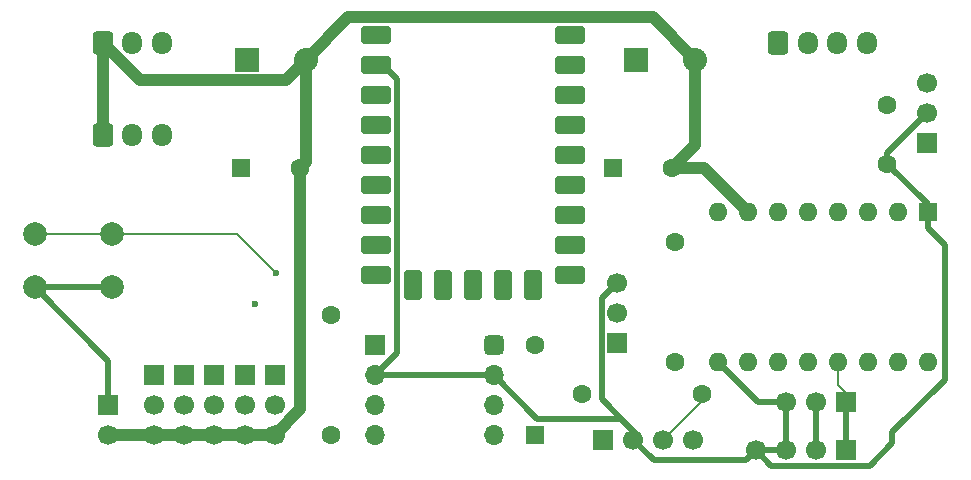
<source format=gbr>
%TF.GenerationSoftware,KiCad,Pcbnew,9.0.2-rc1*%
%TF.CreationDate,2025-05-07T10:44:18+01:00*%
%TF.ProjectId,Astro Droid BodyNeck,41737472-6f20-4447-926f-696420426f64,rev?*%
%TF.SameCoordinates,Original*%
%TF.FileFunction,Copper,L4,Bot*%
%TF.FilePolarity,Positive*%
%FSLAX46Y46*%
G04 Gerber Fmt 4.6, Leading zero omitted, Abs format (unit mm)*
G04 Created by KiCad (PCBNEW 9.0.2-rc1) date 2025-05-07 10:44:18*
%MOMM*%
%LPD*%
G01*
G04 APERTURE LIST*
G04 Aperture macros list*
%AMRoundRect*
0 Rectangle with rounded corners*
0 $1 Rounding radius*
0 $2 $3 $4 $5 $6 $7 $8 $9 X,Y pos of 4 corners*
0 Add a 4 corners polygon primitive as box body*
4,1,4,$2,$3,$4,$5,$6,$7,$8,$9,$2,$3,0*
0 Add four circle primitives for the rounded corners*
1,1,$1+$1,$2,$3*
1,1,$1+$1,$4,$5*
1,1,$1+$1,$6,$7*
1,1,$1+$1,$8,$9*
0 Add four rect primitives between the rounded corners*
20,1,$1+$1,$2,$3,$4,$5,0*
20,1,$1+$1,$4,$5,$6,$7,0*
20,1,$1+$1,$6,$7,$8,$9,0*
20,1,$1+$1,$8,$9,$2,$3,0*%
G04 Aperture macros list end*
%TA.AperFunction,ComponentPad*%
%ADD10C,1.600000*%
%TD*%
%TA.AperFunction,ComponentPad*%
%ADD11RoundRect,0.250000X-0.550000X-0.550000X0.550000X-0.550000X0.550000X0.550000X-0.550000X0.550000X0*%
%TD*%
%TA.AperFunction,ComponentPad*%
%ADD12R,1.700000X1.700000*%
%TD*%
%TA.AperFunction,ComponentPad*%
%ADD13C,1.700000*%
%TD*%
%TA.AperFunction,ComponentPad*%
%ADD14C,2.000000*%
%TD*%
%TA.AperFunction,ComponentPad*%
%ADD15RoundRect,0.400000X-0.900000X-0.400000X0.900000X-0.400000X0.900000X0.400000X-0.900000X0.400000X0*%
%TD*%
%TA.AperFunction,ComponentPad*%
%ADD16RoundRect,0.400050X-0.899950X-0.400050X0.899950X-0.400050X0.899950X0.400050X-0.899950X0.400050X0*%
%TD*%
%TA.AperFunction,ComponentPad*%
%ADD17RoundRect,0.400000X-0.400000X-0.900000X0.400000X-0.900000X0.400000X0.900000X-0.400000X0.900000X0*%
%TD*%
%TA.AperFunction,ComponentPad*%
%ADD18RoundRect,0.393700X-0.393700X-0.906300X0.393700X-0.906300X0.393700X0.906300X-0.393700X0.906300X0*%
%TD*%
%TA.AperFunction,ComponentPad*%
%ADD19RoundRect,0.250000X0.550000X-0.550000X0.550000X0.550000X-0.550000X0.550000X-0.550000X-0.550000X0*%
%TD*%
%TA.AperFunction,ComponentPad*%
%ADD20RoundRect,0.250000X-0.600000X-0.725000X0.600000X-0.725000X0.600000X0.725000X-0.600000X0.725000X0*%
%TD*%
%TA.AperFunction,ComponentPad*%
%ADD21O,1.700000X1.950000*%
%TD*%
%TA.AperFunction,ComponentPad*%
%ADD22O,1.700000X1.700000*%
%TD*%
%TA.AperFunction,ComponentPad*%
%ADD23RoundRect,0.425000X-0.425000X-0.425000X0.425000X-0.425000X0.425000X0.425000X-0.425000X0.425000X0*%
%TD*%
%TA.AperFunction,ComponentPad*%
%ADD24R,2.032000X2.032000*%
%TD*%
%TA.AperFunction,ComponentPad*%
%ADD25C,2.032000*%
%TD*%
%TA.AperFunction,ComponentPad*%
%ADD26R,1.600000X1.600000*%
%TD*%
%TA.AperFunction,ComponentPad*%
%ADD27O,1.600000X1.600000*%
%TD*%
%TA.AperFunction,ViaPad*%
%ADD28C,0.600000*%
%TD*%
%TA.AperFunction,Conductor*%
%ADD29C,1.000000*%
%TD*%
%TA.AperFunction,Conductor*%
%ADD30C,0.500000*%
%TD*%
%TA.AperFunction,Conductor*%
%ADD31C,0.200000*%
%TD*%
G04 APERTURE END LIST*
D10*
%TO.P,C3,2*%
%TO.N,GNDA*%
X68129349Y-69850000D03*
D11*
%TO.P,C3,1*%
%TO.N,+6V*%
X63129349Y-69850000D03*
%TD*%
D12*
%TO.P,WS2812B-1,1,Out*%
%TO.N,Net-(WS2812B-1-Out)*%
X93780000Y-92860000D03*
D13*
%TO.P,WS2812B-1,2,Gnd*%
%TO.N,GND*%
X96320000Y-92860000D03*
%TO.P,WS2812B-1,3,In*%
%TO.N,Net-(WS2812B-1-In)*%
X98860000Y-92860000D03*
%TO.P,WS2812B-1,4,VDD*%
%TO.N,+5V*%
X101400000Y-92860000D03*
%TD*%
D12*
%TO.P,J6,1,Pin_1*%
%TO.N,+3V3*%
X114300000Y-93760000D03*
D13*
%TO.P,J6,2,Pin_2*%
%TO.N,/step_sleep*%
X111760000Y-93760000D03*
%TO.P,J6,3,Pin_3*%
%TO.N,GND*%
X109220000Y-93760000D03*
%TO.P,J6,4,Pin_4*%
X106680000Y-93760000D03*
%TD*%
D12*
%TO.P,J5,1,Pin_1*%
%TO.N,+3V3*%
X114300000Y-89662000D03*
D13*
%TO.P,J5,2,Pin_2*%
%TO.N,/step_sleep*%
X111760000Y-89662000D03*
%TO.P,J5,3,Pin_3*%
%TO.N,GND*%
X109220000Y-89662000D03*
%TD*%
D10*
%TO.P,C1,1*%
%TO.N,GND*%
X117805200Y-69494400D03*
%TO.P,C1,2*%
%TO.N,/hall_sensor*%
X117805200Y-64494400D03*
%TD*%
D14*
%TO.P,SW1,1,A*%
%TO.N,/sw*%
X45645000Y-75474000D03*
X52145000Y-75474000D03*
%TO.P,SW1,2,B*%
%TO.N,GND*%
X45645000Y-79974000D03*
X52145000Y-79974000D03*
%TD*%
D15*
%TO.P,RZ1,0,GP0*%
%TO.N,/TX*%
X90961000Y-58599000D03*
%TO.P,RZ1,1,GP1*%
%TO.N,/RX*%
X90961000Y-61139000D03*
%TO.P,RZ1,2,GP2*%
%TO.N,/step_step*%
X90961000Y-63679000D03*
%TO.P,RZ1,3,GP3*%
X90961000Y-66219000D03*
%TO.P,RZ1,4,GP4*%
%TO.N,/step_dir*%
X90961000Y-68759000D03*
D16*
%TO.P,RZ1,5,GP5*%
%TO.N,/PWM2B*%
X90961000Y-71299000D03*
%TO.P,RZ1,6,GP6*%
%TO.N,/step_sleep*%
X90961000Y-73839000D03*
%TO.P,RZ1,7,GP7*%
%TO.N,/PWM3B*%
X90961000Y-76379000D03*
%TO.P,RZ1,8,GP8*%
%TO.N,Net-(D2-A)*%
X90961000Y-78919000D03*
D17*
%TO.P,RZ1,9,GP9*%
%TO.N,/BusServoSig*%
X87821000Y-79729000D03*
D18*
%TO.P,RZ1,10,GP10*%
%TO.N,/WS2812B*%
X85281000Y-79729000D03*
%TO.P,RZ1,11,GP11*%
%TO.N,/PWM5B*%
X82741000Y-79729000D03*
%TO.P,RZ1,12,GP12*%
%TO.N,/hall_sensor*%
X80201000Y-79729000D03*
%TO.P,RZ1,13,GP13*%
%TO.N,/PWM6B*%
X77661000Y-79729000D03*
D16*
%TO.P,RZ1,14,GP14*%
%TO.N,/sw*%
X74521000Y-78919000D03*
%TO.P,RZ1,15,GP15*%
%TO.N,/PWM7B*%
X74521000Y-76379000D03*
%TO.P,RZ1,26,GP26*%
%TO.N,/step_m0*%
X74521000Y-73839000D03*
%TO.P,RZ1,27,GP27*%
%TO.N,/step_m1*%
X74521000Y-71299000D03*
%TO.P,RZ1,28,GP28*%
%TO.N,/step_m2*%
X74521000Y-68759000D03*
%TO.P,RZ1,29,GP29*%
%TO.N,unconnected-(RZ1-GP29-Pad29)*%
X74521000Y-66219000D03*
%TO.P,RZ1,30,3V3*%
%TO.N,+3V3*%
X74521000Y-63679000D03*
%TO.P,RZ1,31,GND*%
%TO.N,GND*%
X74521000Y-61139000D03*
%TO.P,RZ1,32,5V*%
%TO.N,+5V*%
X74521000Y-58599000D03*
%TD*%
D10*
%TO.P,R1,1*%
%TO.N,+5V*%
X70680000Y-82310000D03*
%TO.P,R1,2*%
%TO.N,/BusServoSigH*%
X70680000Y-92470000D03*
%TD*%
D19*
%TO.P,D2,1,K*%
%TO.N,/BusServoSig*%
X88011000Y-92506800D03*
D10*
%TO.P,D2,2,A*%
%TO.N,Net-(D2-A)*%
X88011000Y-84886800D03*
%TD*%
D13*
%TO.P,SV5,3,Pin_3*%
%TO.N,GNDA*%
X63398400Y-92456000D03*
%TO.P,SV5,2,Pin_2*%
%TO.N,+6V*%
X63398400Y-89916000D03*
D12*
%TO.P,SV5,1,Pin_1*%
%TO.N,/PWM6B*%
X63398400Y-87376000D03*
%TD*%
D10*
%TO.P,R3,1*%
%TO.N,+3V3*%
X99800000Y-86270000D03*
%TO.P,R3,2*%
%TO.N,/hall_sensor*%
X99800000Y-76110000D03*
%TD*%
D12*
%TO.P,J4,1,Pin_1*%
%TO.N,+5V*%
X121158000Y-67767200D03*
D13*
%TO.P,J4,2,Pin_2*%
%TO.N,GND*%
X121158000Y-65227200D03*
%TO.P,J4,3,Pin_3*%
%TO.N,/hall_sensor*%
X121158000Y-62687200D03*
%TD*%
D20*
%TO.P,J1,1,Pin_1*%
%TO.N,Net-(A1-B2)*%
X108578000Y-59256000D03*
D21*
%TO.P,J1,2,Pin_2*%
%TO.N,Net-(A1-B1)*%
X111078000Y-59256000D03*
%TO.P,J1,3,Pin_3*%
%TO.N,Net-(A1-A1)*%
X113578000Y-59256000D03*
%TO.P,J1,4,Pin_4*%
%TO.N,Net-(A1-A2)*%
X116078000Y-59256000D03*
%TD*%
D13*
%TO.P,SV3,3,Pin_3*%
%TO.N,GNDA*%
X60833000Y-92456000D03*
%TO.P,SV3,2,Pin_2*%
%TO.N,+6V*%
X60833000Y-89916000D03*
D12*
%TO.P,SV3,1,Pin_1*%
%TO.N,/PWM5B*%
X60833000Y-87376000D03*
%TD*%
D20*
%TO.P,BS2,1,Pin_1*%
%TO.N,GNDA*%
X51388000Y-67056000D03*
D21*
%TO.P,BS2,2,Pin_2*%
%TO.N,+6V*%
X53888000Y-67056000D03*
%TO.P,BS2,3,Pin_3*%
%TO.N,/BusServoSigH*%
X56388000Y-67056000D03*
%TD*%
D12*
%TO.P,SV2,1,Pin_1*%
%TO.N,/PWM3B*%
X58293000Y-87376000D03*
D13*
%TO.P,SV2,2,Pin_2*%
%TO.N,+6V*%
X58293000Y-89916000D03*
%TO.P,SV2,3,Pin_3*%
%TO.N,GNDA*%
X58293000Y-92456000D03*
%TD*%
%TO.P,SV4,3,Pin_3*%
%TO.N,GNDA*%
X65938400Y-92456000D03*
%TO.P,SV4,2,Pin_2*%
%TO.N,+6V*%
X65938400Y-89916000D03*
D12*
%TO.P,SV4,1,Pin_1*%
%TO.N,/PWM7B*%
X65938400Y-87376000D03*
%TD*%
D13*
%TO.P,SV1,3,Pin_3*%
%TO.N,GNDA*%
X55753000Y-92456000D03*
%TO.P,SV1,2,Pin_2*%
%TO.N,+6V*%
X55753000Y-89916000D03*
D12*
%TO.P,SV1,1,Pin_1*%
%TO.N,/PWM2B*%
X55753000Y-87376000D03*
%TD*%
D10*
%TO.P,R2,1*%
%TO.N,/WS2812BH*%
X91998800Y-89001600D03*
%TO.P,R2,2*%
%TO.N,Net-(WS2812B-1-In)*%
X102158800Y-89001600D03*
%TD*%
D12*
%TO.P,U1,1,HV2*%
%TO.N,/WS2812BH*%
X74422000Y-84836000D03*
D22*
%TO.P,U1,2,GND*%
%TO.N,GND*%
X74422000Y-87376000D03*
%TO.P,U1,3,HV*%
%TO.N,+5V*%
X74422000Y-89916000D03*
%TO.P,U1,4,HV1*%
%TO.N,/BusServoSigH*%
X74422000Y-92456000D03*
%TO.P,U1,5,LV1*%
%TO.N,/BusServoSig*%
X84480400Y-92487200D03*
%TO.P,U1,6,LV*%
%TO.N,+3V3*%
X84480400Y-89947200D03*
%TO.P,U1,7,GND*%
%TO.N,GND*%
X84480400Y-87407200D03*
D23*
%TO.P,U1,8,LV2*%
%TO.N,/WS2812B*%
X84480400Y-84867200D03*
%TD*%
D11*
%TO.P,C2,1*%
%TO.N,+12V*%
X94625349Y-69850000D03*
D10*
%TO.P,C2,2*%
%TO.N,GNDA*%
X99625349Y-69850000D03*
%TD*%
D24*
%TO.P,P2,1,Pin_1*%
%TO.N,+12V*%
X96560640Y-60681220D03*
D25*
%TO.P,P2,2,Pin_2*%
%TO.N,GNDA*%
X101559360Y-60681220D03*
%TD*%
D24*
%TO.P,P3,1,Pin_1*%
%TO.N,+6V*%
X63606680Y-60681220D03*
D25*
%TO.P,P3,2,Pin_2*%
%TO.N,GNDA*%
X68605400Y-60681220D03*
%TD*%
D12*
%TO.P,J2,1,Pin_1*%
%TO.N,/TX*%
X94920000Y-84660000D03*
D13*
%TO.P,J2,2,Pin_2*%
%TO.N,/RX*%
X94920000Y-82120000D03*
%TO.P,J2,3,Pin_3*%
%TO.N,GND*%
X94920000Y-79580000D03*
%TD*%
D26*
%TO.P,A1,1,GND*%
%TO.N,GND*%
X121259600Y-73558400D03*
D27*
%TO.P,A1,2,~{FLT}*%
%TO.N,unconnected-(A1-~{FLT}-Pad2)*%
X118719600Y-73558400D03*
%TO.P,A1,3,A2*%
%TO.N,Net-(A1-A2)*%
X116179600Y-73558400D03*
%TO.P,A1,4,A1*%
%TO.N,Net-(A1-A1)*%
X113639600Y-73558400D03*
%TO.P,A1,5,B1*%
%TO.N,Net-(A1-B1)*%
X111099600Y-73558400D03*
%TO.P,A1,6,B2*%
%TO.N,Net-(A1-B2)*%
X108559600Y-73558400D03*
%TO.P,A1,7,GND*%
%TO.N,GNDA*%
X106019600Y-73558400D03*
%TO.P,A1,8,VMOT*%
%TO.N,+12V*%
X103479600Y-73558400D03*
%TO.P,A1,9,~{EN}*%
%TO.N,GND*%
X103479600Y-86258400D03*
%TO.P,A1,10,M0*%
%TO.N,/step_m0*%
X106019600Y-86258400D03*
%TO.P,A1,11,M1*%
%TO.N,/step_m1*%
X108559600Y-86258400D03*
%TO.P,A1,12,M2*%
%TO.N,/step_m2*%
X111099600Y-86258400D03*
%TO.P,A1,13,~{RST}*%
%TO.N,+3V3*%
X113639600Y-86258400D03*
%TO.P,A1,14,~{SLP}*%
%TO.N,/step_sleep*%
X116179600Y-86258400D03*
%TO.P,A1,15,STEP*%
%TO.N,/step_step*%
X118719600Y-86258400D03*
%TO.P,A1,16,DIR*%
%TO.N,/step_dir*%
X121259600Y-86258400D03*
%TD*%
D20*
%TO.P,BS1,1,Pin_1*%
%TO.N,GNDA*%
X51388000Y-59256000D03*
D21*
%TO.P,BS1,2,Pin_2*%
%TO.N,+6V*%
X53888000Y-59256000D03*
%TO.P,BS1,3,Pin_3*%
%TO.N,/BusServoSigH*%
X56388000Y-59256000D03*
%TD*%
D12*
%TO.P,J3,1,Pin_1*%
%TO.N,GND*%
X51866800Y-89916000D03*
D13*
%TO.P,J3,2,Pin_2*%
%TO.N,GNDA*%
X51866800Y-92456000D03*
%TD*%
D28*
%TO.N,/BusServoSigH*%
X64270000Y-81360000D03*
%TO.N,/sw*%
X66040000Y-78740000D03*
%TD*%
D29*
%TO.N,GNDA*%
X101559360Y-60681220D02*
X97976040Y-57097900D01*
X97976040Y-57097900D02*
X72188720Y-57097900D01*
X72188720Y-57097900D02*
X68605400Y-60681220D01*
X68129349Y-69850000D02*
X68129349Y-90265051D01*
X68129349Y-90265051D02*
X65938400Y-92456000D01*
X68605400Y-60681220D02*
X68605400Y-69373949D01*
X68605400Y-69373949D02*
X68129349Y-69850000D01*
X99625349Y-69850000D02*
X102311200Y-69850000D01*
X102311200Y-69850000D02*
X106019600Y-73558400D01*
X101559360Y-67915989D02*
X99625349Y-69850000D01*
D30*
%TO.N,GND*%
X109220000Y-93760000D02*
X106680000Y-93760000D01*
X106680000Y-93760000D02*
X107981000Y-95061000D01*
D29*
%TO.N,GNDA*%
X51388000Y-67056000D02*
X51388000Y-59256000D01*
X51388000Y-59256000D02*
X54530220Y-62398220D01*
X54530220Y-62398220D02*
X66888400Y-62398220D01*
X66888400Y-62398220D02*
X68605400Y-60681220D01*
D31*
%TO.N,Net-(WS2812B-1-In)*%
X98860000Y-92860000D02*
X102158800Y-89561200D01*
X102158800Y-89561200D02*
X102158800Y-89001600D01*
D30*
%TO.N,GND*%
X96320000Y-92860000D02*
X98070000Y-94610000D01*
X98070000Y-94610000D02*
X105830000Y-94610000D01*
X105830000Y-94610000D02*
X106680000Y-93760000D01*
X94920000Y-79580000D02*
X93619000Y-80881000D01*
X93619000Y-89453400D02*
X96570800Y-92405200D01*
X93619000Y-80881000D02*
X93619000Y-89453400D01*
D31*
%TO.N,/sw*%
X66040000Y-78740000D02*
X62774000Y-75474000D01*
X62774000Y-75474000D02*
X52145000Y-75474000D01*
D30*
%TO.N,GND*%
X88177400Y-91104200D02*
X90250000Y-91104200D01*
D31*
%TO.N,/sw*%
X45645000Y-75474000D02*
X52145000Y-75474000D01*
D30*
%TO.N,+3V3*%
X114300000Y-93760000D02*
X114300000Y-89662000D01*
%TO.N,/step_sleep*%
X111760000Y-93760000D02*
X111760000Y-89662000D01*
%TO.N,GND*%
X109220000Y-93760000D02*
X109220000Y-89662000D01*
X117805200Y-69494400D02*
X117805200Y-68580000D01*
X117805200Y-68580000D02*
X121158000Y-65227200D01*
X121259600Y-73558400D02*
X121259600Y-72948800D01*
X121259600Y-72948800D02*
X117805200Y-69494400D01*
X122688000Y-87813315D02*
X122688000Y-76410000D01*
X118250000Y-92251315D02*
X122688000Y-87813315D01*
X122688000Y-76410000D02*
X121259600Y-74981600D01*
X118250000Y-93170000D02*
X118250000Y-92251315D01*
X116359000Y-95061000D02*
X118250000Y-93170000D01*
X107981000Y-95061000D02*
X116359000Y-95061000D01*
X121259600Y-74981600D02*
X121259600Y-73558400D01*
X84480400Y-87407200D02*
X88177400Y-91104200D01*
X90250000Y-91104200D02*
X95269800Y-91104200D01*
X95269800Y-91104200D02*
X96570800Y-92405200D01*
X84480400Y-87407200D02*
X74453200Y-87407200D01*
X74453200Y-87407200D02*
X74422000Y-87376000D01*
X75121000Y-61139000D02*
X76272000Y-62290000D01*
X76272000Y-62290000D02*
X76272000Y-85526000D01*
X76272000Y-85526000D02*
X74422000Y-87376000D01*
D31*
%TO.N,+3V3*%
X114300000Y-89662000D02*
X114300000Y-88900000D01*
X114300000Y-88900000D02*
X113639600Y-88239600D01*
X113639600Y-88239600D02*
X113639600Y-86258400D01*
D30*
%TO.N,GND*%
X103479600Y-86258400D02*
X106883200Y-89662000D01*
X106883200Y-89662000D02*
X109220000Y-89662000D01*
D29*
%TO.N,GNDA*%
X101559360Y-60681220D02*
X101559360Y-67915989D01*
D30*
%TO.N,GND*%
X45645000Y-79974000D02*
X52145000Y-79974000D01*
X51866800Y-89916000D02*
X51866800Y-86195800D01*
X51866800Y-86195800D02*
X45645000Y-79974000D01*
D29*
%TO.N,GNDA*%
X55753000Y-92456000D02*
X51866800Y-92456000D01*
X58293000Y-92456000D02*
X55753000Y-92456000D01*
X60833000Y-92456000D02*
X58293000Y-92456000D01*
X63398400Y-92456000D02*
X60833000Y-92456000D01*
X65938400Y-92456000D02*
X63398400Y-92456000D01*
%TD*%
M02*

</source>
